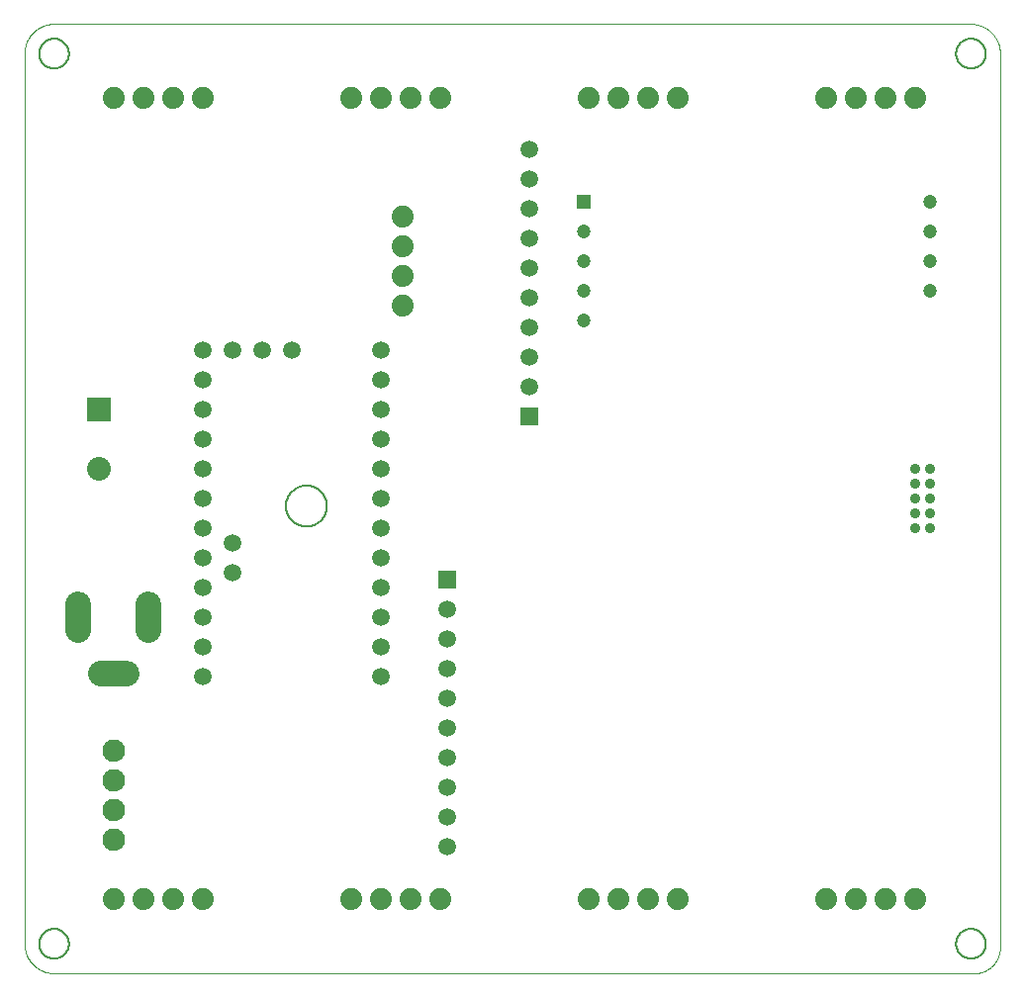
<source format=gbs>
G75*
%MOIN*%
%OFA0B0*%
%FSLAX25Y25*%
%IPPOS*%
%LPD*%
%AMOC8*
5,1,8,0,0,1.08239X$1,22.5*
%
%ADD10C,0.00000*%
%ADD11C,0.00600*%
%ADD12C,0.07400*%
%ADD13C,0.08600*%
%ADD14C,0.05906*%
%ADD15R,0.04724X0.04724*%
%ADD16C,0.04724*%
%ADD17R,0.08000X0.08000*%
%ADD18C,0.08000*%
%ADD19C,0.03562*%
%ADD20C,0.07600*%
%ADD21R,0.05906X0.05906*%
D10*
X0013520Y0011600D02*
X0013520Y0311561D01*
X0013523Y0311803D01*
X0013532Y0312044D01*
X0013546Y0312285D01*
X0013567Y0312526D01*
X0013593Y0312766D01*
X0013625Y0313006D01*
X0013663Y0313245D01*
X0013706Y0313482D01*
X0013756Y0313719D01*
X0013811Y0313954D01*
X0013871Y0314188D01*
X0013938Y0314420D01*
X0014009Y0314651D01*
X0014087Y0314880D01*
X0014170Y0315107D01*
X0014258Y0315332D01*
X0014352Y0315555D01*
X0014451Y0315775D01*
X0014556Y0315993D01*
X0014665Y0316208D01*
X0014780Y0316421D01*
X0014900Y0316631D01*
X0015025Y0316837D01*
X0015155Y0317041D01*
X0015290Y0317242D01*
X0015430Y0317439D01*
X0015574Y0317633D01*
X0015723Y0317823D01*
X0015877Y0318009D01*
X0016035Y0318192D01*
X0016197Y0318371D01*
X0016364Y0318546D01*
X0016535Y0318717D01*
X0016710Y0318884D01*
X0016889Y0319046D01*
X0017072Y0319204D01*
X0017258Y0319358D01*
X0017448Y0319507D01*
X0017642Y0319651D01*
X0017839Y0319791D01*
X0018040Y0319926D01*
X0018244Y0320056D01*
X0018450Y0320181D01*
X0018660Y0320301D01*
X0018873Y0320416D01*
X0019088Y0320525D01*
X0019306Y0320630D01*
X0019526Y0320729D01*
X0019749Y0320823D01*
X0019974Y0320911D01*
X0020201Y0320994D01*
X0020430Y0321072D01*
X0020661Y0321143D01*
X0020893Y0321210D01*
X0021127Y0321270D01*
X0021362Y0321325D01*
X0021599Y0321375D01*
X0021836Y0321418D01*
X0022075Y0321456D01*
X0022315Y0321488D01*
X0022555Y0321514D01*
X0022796Y0321535D01*
X0023037Y0321549D01*
X0023278Y0321558D01*
X0023520Y0321561D01*
X0332260Y0321561D01*
X0332501Y0321558D01*
X0332741Y0321549D01*
X0332982Y0321535D01*
X0333221Y0321514D01*
X0333461Y0321488D01*
X0333699Y0321456D01*
X0333937Y0321419D01*
X0334174Y0321375D01*
X0334409Y0321326D01*
X0334644Y0321272D01*
X0334877Y0321211D01*
X0335108Y0321145D01*
X0335338Y0321073D01*
X0335566Y0320996D01*
X0335792Y0320914D01*
X0336016Y0320826D01*
X0336238Y0320732D01*
X0336458Y0320633D01*
X0336675Y0320529D01*
X0336889Y0320420D01*
X0337101Y0320306D01*
X0337310Y0320186D01*
X0337516Y0320062D01*
X0337719Y0319932D01*
X0337918Y0319798D01*
X0338115Y0319659D01*
X0338308Y0319515D01*
X0338497Y0319366D01*
X0338683Y0319213D01*
X0338865Y0319056D01*
X0339044Y0318894D01*
X0339218Y0318728D01*
X0339388Y0318558D01*
X0339554Y0318384D01*
X0339716Y0318205D01*
X0339873Y0318023D01*
X0340026Y0317837D01*
X0340175Y0317648D01*
X0340319Y0317455D01*
X0340458Y0317258D01*
X0340592Y0317059D01*
X0340722Y0316856D01*
X0340846Y0316650D01*
X0340966Y0316441D01*
X0341080Y0316229D01*
X0341189Y0316015D01*
X0341293Y0315798D01*
X0341392Y0315578D01*
X0341486Y0315356D01*
X0341574Y0315132D01*
X0341656Y0314906D01*
X0341733Y0314678D01*
X0341805Y0314448D01*
X0341871Y0314217D01*
X0341932Y0313984D01*
X0341986Y0313749D01*
X0342035Y0313514D01*
X0342079Y0313277D01*
X0342116Y0313039D01*
X0342148Y0312801D01*
X0342174Y0312561D01*
X0342195Y0312322D01*
X0342209Y0312081D01*
X0342218Y0311841D01*
X0342221Y0311600D01*
X0342220Y0311600D02*
X0342220Y0010301D01*
X0342221Y0010301D02*
X0342218Y0010091D01*
X0342211Y0009881D01*
X0342198Y0009671D01*
X0342180Y0009461D01*
X0342158Y0009252D01*
X0342130Y0009044D01*
X0342097Y0008836D01*
X0342059Y0008629D01*
X0342016Y0008423D01*
X0341968Y0008219D01*
X0341915Y0008015D01*
X0341858Y0007813D01*
X0341795Y0007612D01*
X0341728Y0007413D01*
X0341656Y0007216D01*
X0341579Y0007020D01*
X0341497Y0006826D01*
X0341411Y0006634D01*
X0341320Y0006445D01*
X0341224Y0006257D01*
X0341124Y0006072D01*
X0341020Y0005890D01*
X0340911Y0005710D01*
X0340798Y0005533D01*
X0340681Y0005358D01*
X0340559Y0005187D01*
X0340434Y0005018D01*
X0340304Y0004853D01*
X0340170Y0004690D01*
X0340033Y0004531D01*
X0339891Y0004375D01*
X0339746Y0004223D01*
X0339598Y0004075D01*
X0339446Y0003930D01*
X0339290Y0003788D01*
X0339131Y0003651D01*
X0338968Y0003517D01*
X0338803Y0003387D01*
X0338634Y0003262D01*
X0338463Y0003140D01*
X0338288Y0003023D01*
X0338111Y0002910D01*
X0337931Y0002801D01*
X0337749Y0002697D01*
X0337564Y0002597D01*
X0337376Y0002501D01*
X0337187Y0002410D01*
X0336995Y0002324D01*
X0336801Y0002242D01*
X0336605Y0002165D01*
X0336408Y0002093D01*
X0336209Y0002026D01*
X0336008Y0001963D01*
X0335806Y0001906D01*
X0335602Y0001853D01*
X0335398Y0001805D01*
X0335192Y0001762D01*
X0334985Y0001724D01*
X0334777Y0001691D01*
X0334569Y0001663D01*
X0334360Y0001641D01*
X0334150Y0001623D01*
X0333940Y0001610D01*
X0333730Y0001603D01*
X0333520Y0001600D01*
X0023520Y0001600D01*
X0023278Y0001603D01*
X0023037Y0001612D01*
X0022796Y0001626D01*
X0022555Y0001647D01*
X0022315Y0001673D01*
X0022075Y0001705D01*
X0021836Y0001743D01*
X0021599Y0001786D01*
X0021362Y0001836D01*
X0021127Y0001891D01*
X0020893Y0001951D01*
X0020661Y0002018D01*
X0020430Y0002089D01*
X0020201Y0002167D01*
X0019974Y0002250D01*
X0019749Y0002338D01*
X0019526Y0002432D01*
X0019306Y0002531D01*
X0019088Y0002636D01*
X0018873Y0002745D01*
X0018660Y0002860D01*
X0018450Y0002980D01*
X0018244Y0003105D01*
X0018040Y0003235D01*
X0017839Y0003370D01*
X0017642Y0003510D01*
X0017448Y0003654D01*
X0017258Y0003803D01*
X0017072Y0003957D01*
X0016889Y0004115D01*
X0016710Y0004277D01*
X0016535Y0004444D01*
X0016364Y0004615D01*
X0016197Y0004790D01*
X0016035Y0004969D01*
X0015877Y0005152D01*
X0015723Y0005338D01*
X0015574Y0005528D01*
X0015430Y0005722D01*
X0015290Y0005919D01*
X0015155Y0006120D01*
X0015025Y0006324D01*
X0014900Y0006530D01*
X0014780Y0006740D01*
X0014665Y0006953D01*
X0014556Y0007168D01*
X0014451Y0007386D01*
X0014352Y0007606D01*
X0014258Y0007829D01*
X0014170Y0008054D01*
X0014087Y0008281D01*
X0014009Y0008510D01*
X0013938Y0008741D01*
X0013871Y0008973D01*
X0013811Y0009207D01*
X0013756Y0009442D01*
X0013706Y0009679D01*
X0013663Y0009916D01*
X0013625Y0010155D01*
X0013593Y0010395D01*
X0013567Y0010635D01*
X0013546Y0010876D01*
X0013532Y0011117D01*
X0013523Y0011358D01*
X0013520Y0011600D01*
D11*
X0018520Y0011600D02*
X0018522Y0011741D01*
X0018528Y0011882D01*
X0018538Y0012022D01*
X0018552Y0012162D01*
X0018570Y0012302D01*
X0018591Y0012441D01*
X0018617Y0012580D01*
X0018646Y0012718D01*
X0018680Y0012854D01*
X0018717Y0012990D01*
X0018758Y0013125D01*
X0018803Y0013259D01*
X0018852Y0013391D01*
X0018904Y0013522D01*
X0018960Y0013651D01*
X0019020Y0013778D01*
X0019083Y0013904D01*
X0019149Y0014028D01*
X0019220Y0014151D01*
X0019293Y0014271D01*
X0019370Y0014389D01*
X0019450Y0014505D01*
X0019534Y0014618D01*
X0019620Y0014729D01*
X0019710Y0014838D01*
X0019803Y0014944D01*
X0019898Y0015047D01*
X0019997Y0015148D01*
X0020098Y0015246D01*
X0020202Y0015341D01*
X0020309Y0015433D01*
X0020418Y0015522D01*
X0020530Y0015607D01*
X0020644Y0015690D01*
X0020760Y0015770D01*
X0020879Y0015846D01*
X0021000Y0015918D01*
X0021122Y0015988D01*
X0021247Y0016053D01*
X0021373Y0016116D01*
X0021501Y0016174D01*
X0021631Y0016229D01*
X0021762Y0016281D01*
X0021895Y0016328D01*
X0022029Y0016372D01*
X0022164Y0016413D01*
X0022300Y0016449D01*
X0022437Y0016481D01*
X0022575Y0016510D01*
X0022713Y0016535D01*
X0022853Y0016555D01*
X0022993Y0016572D01*
X0023133Y0016585D01*
X0023274Y0016594D01*
X0023414Y0016599D01*
X0023555Y0016600D01*
X0023696Y0016597D01*
X0023837Y0016590D01*
X0023977Y0016579D01*
X0024117Y0016564D01*
X0024257Y0016545D01*
X0024396Y0016523D01*
X0024534Y0016496D01*
X0024672Y0016466D01*
X0024808Y0016431D01*
X0024944Y0016393D01*
X0025078Y0016351D01*
X0025212Y0016305D01*
X0025344Y0016256D01*
X0025474Y0016202D01*
X0025603Y0016145D01*
X0025730Y0016085D01*
X0025856Y0016021D01*
X0025979Y0015953D01*
X0026101Y0015882D01*
X0026221Y0015808D01*
X0026338Y0015730D01*
X0026453Y0015649D01*
X0026566Y0015565D01*
X0026677Y0015478D01*
X0026785Y0015387D01*
X0026890Y0015294D01*
X0026993Y0015197D01*
X0027093Y0015098D01*
X0027190Y0014996D01*
X0027284Y0014891D01*
X0027375Y0014784D01*
X0027463Y0014674D01*
X0027548Y0014562D01*
X0027630Y0014447D01*
X0027709Y0014330D01*
X0027784Y0014211D01*
X0027856Y0014090D01*
X0027924Y0013967D01*
X0027989Y0013842D01*
X0028051Y0013715D01*
X0028108Y0013586D01*
X0028163Y0013456D01*
X0028213Y0013325D01*
X0028260Y0013192D01*
X0028303Y0013058D01*
X0028342Y0012922D01*
X0028377Y0012786D01*
X0028409Y0012649D01*
X0028436Y0012511D01*
X0028460Y0012372D01*
X0028480Y0012232D01*
X0028496Y0012092D01*
X0028508Y0011952D01*
X0028516Y0011811D01*
X0028520Y0011670D01*
X0028520Y0011530D01*
X0028516Y0011389D01*
X0028508Y0011248D01*
X0028496Y0011108D01*
X0028480Y0010968D01*
X0028460Y0010828D01*
X0028436Y0010689D01*
X0028409Y0010551D01*
X0028377Y0010414D01*
X0028342Y0010278D01*
X0028303Y0010142D01*
X0028260Y0010008D01*
X0028213Y0009875D01*
X0028163Y0009744D01*
X0028108Y0009614D01*
X0028051Y0009485D01*
X0027989Y0009358D01*
X0027924Y0009233D01*
X0027856Y0009110D01*
X0027784Y0008989D01*
X0027709Y0008870D01*
X0027630Y0008753D01*
X0027548Y0008638D01*
X0027463Y0008526D01*
X0027375Y0008416D01*
X0027284Y0008309D01*
X0027190Y0008204D01*
X0027093Y0008102D01*
X0026993Y0008003D01*
X0026890Y0007906D01*
X0026785Y0007813D01*
X0026677Y0007722D01*
X0026566Y0007635D01*
X0026453Y0007551D01*
X0026338Y0007470D01*
X0026221Y0007392D01*
X0026101Y0007318D01*
X0025979Y0007247D01*
X0025856Y0007179D01*
X0025730Y0007115D01*
X0025603Y0007055D01*
X0025474Y0006998D01*
X0025344Y0006944D01*
X0025212Y0006895D01*
X0025078Y0006849D01*
X0024944Y0006807D01*
X0024808Y0006769D01*
X0024672Y0006734D01*
X0024534Y0006704D01*
X0024396Y0006677D01*
X0024257Y0006655D01*
X0024117Y0006636D01*
X0023977Y0006621D01*
X0023837Y0006610D01*
X0023696Y0006603D01*
X0023555Y0006600D01*
X0023414Y0006601D01*
X0023274Y0006606D01*
X0023133Y0006615D01*
X0022993Y0006628D01*
X0022853Y0006645D01*
X0022713Y0006665D01*
X0022575Y0006690D01*
X0022437Y0006719D01*
X0022300Y0006751D01*
X0022164Y0006787D01*
X0022029Y0006828D01*
X0021895Y0006872D01*
X0021762Y0006919D01*
X0021631Y0006971D01*
X0021501Y0007026D01*
X0021373Y0007084D01*
X0021247Y0007147D01*
X0021122Y0007212D01*
X0021000Y0007282D01*
X0020879Y0007354D01*
X0020760Y0007430D01*
X0020644Y0007510D01*
X0020530Y0007593D01*
X0020418Y0007678D01*
X0020309Y0007767D01*
X0020202Y0007859D01*
X0020098Y0007954D01*
X0019997Y0008052D01*
X0019898Y0008153D01*
X0019803Y0008256D01*
X0019710Y0008362D01*
X0019620Y0008471D01*
X0019534Y0008582D01*
X0019450Y0008695D01*
X0019370Y0008811D01*
X0019293Y0008929D01*
X0019220Y0009049D01*
X0019149Y0009172D01*
X0019083Y0009296D01*
X0019020Y0009422D01*
X0018960Y0009549D01*
X0018904Y0009678D01*
X0018852Y0009809D01*
X0018803Y0009941D01*
X0018758Y0010075D01*
X0018717Y0010210D01*
X0018680Y0010346D01*
X0018646Y0010482D01*
X0018617Y0010620D01*
X0018591Y0010759D01*
X0018570Y0010898D01*
X0018552Y0011038D01*
X0018538Y0011178D01*
X0018528Y0011318D01*
X0018522Y0011459D01*
X0018520Y0011600D01*
X0101630Y0159100D02*
X0101632Y0159269D01*
X0101638Y0159438D01*
X0101649Y0159607D01*
X0101663Y0159775D01*
X0101682Y0159943D01*
X0101705Y0160111D01*
X0101731Y0160278D01*
X0101762Y0160444D01*
X0101797Y0160610D01*
X0101836Y0160774D01*
X0101880Y0160938D01*
X0101927Y0161100D01*
X0101978Y0161261D01*
X0102033Y0161421D01*
X0102092Y0161580D01*
X0102154Y0161737D01*
X0102221Y0161892D01*
X0102292Y0162046D01*
X0102366Y0162198D01*
X0102444Y0162348D01*
X0102525Y0162496D01*
X0102610Y0162642D01*
X0102699Y0162786D01*
X0102791Y0162928D01*
X0102887Y0163067D01*
X0102986Y0163204D01*
X0103088Y0163339D01*
X0103194Y0163471D01*
X0103303Y0163600D01*
X0103415Y0163727D01*
X0103530Y0163851D01*
X0103648Y0163972D01*
X0103769Y0164090D01*
X0103893Y0164205D01*
X0104020Y0164317D01*
X0104149Y0164426D01*
X0104281Y0164532D01*
X0104416Y0164634D01*
X0104553Y0164733D01*
X0104692Y0164829D01*
X0104834Y0164921D01*
X0104978Y0165010D01*
X0105124Y0165095D01*
X0105272Y0165176D01*
X0105422Y0165254D01*
X0105574Y0165328D01*
X0105728Y0165399D01*
X0105883Y0165466D01*
X0106040Y0165528D01*
X0106199Y0165587D01*
X0106359Y0165642D01*
X0106520Y0165693D01*
X0106682Y0165740D01*
X0106846Y0165784D01*
X0107010Y0165823D01*
X0107176Y0165858D01*
X0107342Y0165889D01*
X0107509Y0165915D01*
X0107677Y0165938D01*
X0107845Y0165957D01*
X0108013Y0165971D01*
X0108182Y0165982D01*
X0108351Y0165988D01*
X0108520Y0165990D01*
X0108689Y0165988D01*
X0108858Y0165982D01*
X0109027Y0165971D01*
X0109195Y0165957D01*
X0109363Y0165938D01*
X0109531Y0165915D01*
X0109698Y0165889D01*
X0109864Y0165858D01*
X0110030Y0165823D01*
X0110194Y0165784D01*
X0110358Y0165740D01*
X0110520Y0165693D01*
X0110681Y0165642D01*
X0110841Y0165587D01*
X0111000Y0165528D01*
X0111157Y0165466D01*
X0111312Y0165399D01*
X0111466Y0165328D01*
X0111618Y0165254D01*
X0111768Y0165176D01*
X0111916Y0165095D01*
X0112062Y0165010D01*
X0112206Y0164921D01*
X0112348Y0164829D01*
X0112487Y0164733D01*
X0112624Y0164634D01*
X0112759Y0164532D01*
X0112891Y0164426D01*
X0113020Y0164317D01*
X0113147Y0164205D01*
X0113271Y0164090D01*
X0113392Y0163972D01*
X0113510Y0163851D01*
X0113625Y0163727D01*
X0113737Y0163600D01*
X0113846Y0163471D01*
X0113952Y0163339D01*
X0114054Y0163204D01*
X0114153Y0163067D01*
X0114249Y0162928D01*
X0114341Y0162786D01*
X0114430Y0162642D01*
X0114515Y0162496D01*
X0114596Y0162348D01*
X0114674Y0162198D01*
X0114748Y0162046D01*
X0114819Y0161892D01*
X0114886Y0161737D01*
X0114948Y0161580D01*
X0115007Y0161421D01*
X0115062Y0161261D01*
X0115113Y0161100D01*
X0115160Y0160938D01*
X0115204Y0160774D01*
X0115243Y0160610D01*
X0115278Y0160444D01*
X0115309Y0160278D01*
X0115335Y0160111D01*
X0115358Y0159943D01*
X0115377Y0159775D01*
X0115391Y0159607D01*
X0115402Y0159438D01*
X0115408Y0159269D01*
X0115410Y0159100D01*
X0115408Y0158931D01*
X0115402Y0158762D01*
X0115391Y0158593D01*
X0115377Y0158425D01*
X0115358Y0158257D01*
X0115335Y0158089D01*
X0115309Y0157922D01*
X0115278Y0157756D01*
X0115243Y0157590D01*
X0115204Y0157426D01*
X0115160Y0157262D01*
X0115113Y0157100D01*
X0115062Y0156939D01*
X0115007Y0156779D01*
X0114948Y0156620D01*
X0114886Y0156463D01*
X0114819Y0156308D01*
X0114748Y0156154D01*
X0114674Y0156002D01*
X0114596Y0155852D01*
X0114515Y0155704D01*
X0114430Y0155558D01*
X0114341Y0155414D01*
X0114249Y0155272D01*
X0114153Y0155133D01*
X0114054Y0154996D01*
X0113952Y0154861D01*
X0113846Y0154729D01*
X0113737Y0154600D01*
X0113625Y0154473D01*
X0113510Y0154349D01*
X0113392Y0154228D01*
X0113271Y0154110D01*
X0113147Y0153995D01*
X0113020Y0153883D01*
X0112891Y0153774D01*
X0112759Y0153668D01*
X0112624Y0153566D01*
X0112487Y0153467D01*
X0112348Y0153371D01*
X0112206Y0153279D01*
X0112062Y0153190D01*
X0111916Y0153105D01*
X0111768Y0153024D01*
X0111618Y0152946D01*
X0111466Y0152872D01*
X0111312Y0152801D01*
X0111157Y0152734D01*
X0111000Y0152672D01*
X0110841Y0152613D01*
X0110681Y0152558D01*
X0110520Y0152507D01*
X0110358Y0152460D01*
X0110194Y0152416D01*
X0110030Y0152377D01*
X0109864Y0152342D01*
X0109698Y0152311D01*
X0109531Y0152285D01*
X0109363Y0152262D01*
X0109195Y0152243D01*
X0109027Y0152229D01*
X0108858Y0152218D01*
X0108689Y0152212D01*
X0108520Y0152210D01*
X0108351Y0152212D01*
X0108182Y0152218D01*
X0108013Y0152229D01*
X0107845Y0152243D01*
X0107677Y0152262D01*
X0107509Y0152285D01*
X0107342Y0152311D01*
X0107176Y0152342D01*
X0107010Y0152377D01*
X0106846Y0152416D01*
X0106682Y0152460D01*
X0106520Y0152507D01*
X0106359Y0152558D01*
X0106199Y0152613D01*
X0106040Y0152672D01*
X0105883Y0152734D01*
X0105728Y0152801D01*
X0105574Y0152872D01*
X0105422Y0152946D01*
X0105272Y0153024D01*
X0105124Y0153105D01*
X0104978Y0153190D01*
X0104834Y0153279D01*
X0104692Y0153371D01*
X0104553Y0153467D01*
X0104416Y0153566D01*
X0104281Y0153668D01*
X0104149Y0153774D01*
X0104020Y0153883D01*
X0103893Y0153995D01*
X0103769Y0154110D01*
X0103648Y0154228D01*
X0103530Y0154349D01*
X0103415Y0154473D01*
X0103303Y0154600D01*
X0103194Y0154729D01*
X0103088Y0154861D01*
X0102986Y0154996D01*
X0102887Y0155133D01*
X0102791Y0155272D01*
X0102699Y0155414D01*
X0102610Y0155558D01*
X0102525Y0155704D01*
X0102444Y0155852D01*
X0102366Y0156002D01*
X0102292Y0156154D01*
X0102221Y0156308D01*
X0102154Y0156463D01*
X0102092Y0156620D01*
X0102033Y0156779D01*
X0101978Y0156939D01*
X0101927Y0157100D01*
X0101880Y0157262D01*
X0101836Y0157426D01*
X0101797Y0157590D01*
X0101762Y0157756D01*
X0101731Y0157922D01*
X0101705Y0158089D01*
X0101682Y0158257D01*
X0101663Y0158425D01*
X0101649Y0158593D01*
X0101638Y0158762D01*
X0101632Y0158931D01*
X0101630Y0159100D01*
X0018520Y0311600D02*
X0018522Y0311741D01*
X0018528Y0311882D01*
X0018538Y0312022D01*
X0018552Y0312162D01*
X0018570Y0312302D01*
X0018591Y0312441D01*
X0018617Y0312580D01*
X0018646Y0312718D01*
X0018680Y0312854D01*
X0018717Y0312990D01*
X0018758Y0313125D01*
X0018803Y0313259D01*
X0018852Y0313391D01*
X0018904Y0313522D01*
X0018960Y0313651D01*
X0019020Y0313778D01*
X0019083Y0313904D01*
X0019149Y0314028D01*
X0019220Y0314151D01*
X0019293Y0314271D01*
X0019370Y0314389D01*
X0019450Y0314505D01*
X0019534Y0314618D01*
X0019620Y0314729D01*
X0019710Y0314838D01*
X0019803Y0314944D01*
X0019898Y0315047D01*
X0019997Y0315148D01*
X0020098Y0315246D01*
X0020202Y0315341D01*
X0020309Y0315433D01*
X0020418Y0315522D01*
X0020530Y0315607D01*
X0020644Y0315690D01*
X0020760Y0315770D01*
X0020879Y0315846D01*
X0021000Y0315918D01*
X0021122Y0315988D01*
X0021247Y0316053D01*
X0021373Y0316116D01*
X0021501Y0316174D01*
X0021631Y0316229D01*
X0021762Y0316281D01*
X0021895Y0316328D01*
X0022029Y0316372D01*
X0022164Y0316413D01*
X0022300Y0316449D01*
X0022437Y0316481D01*
X0022575Y0316510D01*
X0022713Y0316535D01*
X0022853Y0316555D01*
X0022993Y0316572D01*
X0023133Y0316585D01*
X0023274Y0316594D01*
X0023414Y0316599D01*
X0023555Y0316600D01*
X0023696Y0316597D01*
X0023837Y0316590D01*
X0023977Y0316579D01*
X0024117Y0316564D01*
X0024257Y0316545D01*
X0024396Y0316523D01*
X0024534Y0316496D01*
X0024672Y0316466D01*
X0024808Y0316431D01*
X0024944Y0316393D01*
X0025078Y0316351D01*
X0025212Y0316305D01*
X0025344Y0316256D01*
X0025474Y0316202D01*
X0025603Y0316145D01*
X0025730Y0316085D01*
X0025856Y0316021D01*
X0025979Y0315953D01*
X0026101Y0315882D01*
X0026221Y0315808D01*
X0026338Y0315730D01*
X0026453Y0315649D01*
X0026566Y0315565D01*
X0026677Y0315478D01*
X0026785Y0315387D01*
X0026890Y0315294D01*
X0026993Y0315197D01*
X0027093Y0315098D01*
X0027190Y0314996D01*
X0027284Y0314891D01*
X0027375Y0314784D01*
X0027463Y0314674D01*
X0027548Y0314562D01*
X0027630Y0314447D01*
X0027709Y0314330D01*
X0027784Y0314211D01*
X0027856Y0314090D01*
X0027924Y0313967D01*
X0027989Y0313842D01*
X0028051Y0313715D01*
X0028108Y0313586D01*
X0028163Y0313456D01*
X0028213Y0313325D01*
X0028260Y0313192D01*
X0028303Y0313058D01*
X0028342Y0312922D01*
X0028377Y0312786D01*
X0028409Y0312649D01*
X0028436Y0312511D01*
X0028460Y0312372D01*
X0028480Y0312232D01*
X0028496Y0312092D01*
X0028508Y0311952D01*
X0028516Y0311811D01*
X0028520Y0311670D01*
X0028520Y0311530D01*
X0028516Y0311389D01*
X0028508Y0311248D01*
X0028496Y0311108D01*
X0028480Y0310968D01*
X0028460Y0310828D01*
X0028436Y0310689D01*
X0028409Y0310551D01*
X0028377Y0310414D01*
X0028342Y0310278D01*
X0028303Y0310142D01*
X0028260Y0310008D01*
X0028213Y0309875D01*
X0028163Y0309744D01*
X0028108Y0309614D01*
X0028051Y0309485D01*
X0027989Y0309358D01*
X0027924Y0309233D01*
X0027856Y0309110D01*
X0027784Y0308989D01*
X0027709Y0308870D01*
X0027630Y0308753D01*
X0027548Y0308638D01*
X0027463Y0308526D01*
X0027375Y0308416D01*
X0027284Y0308309D01*
X0027190Y0308204D01*
X0027093Y0308102D01*
X0026993Y0308003D01*
X0026890Y0307906D01*
X0026785Y0307813D01*
X0026677Y0307722D01*
X0026566Y0307635D01*
X0026453Y0307551D01*
X0026338Y0307470D01*
X0026221Y0307392D01*
X0026101Y0307318D01*
X0025979Y0307247D01*
X0025856Y0307179D01*
X0025730Y0307115D01*
X0025603Y0307055D01*
X0025474Y0306998D01*
X0025344Y0306944D01*
X0025212Y0306895D01*
X0025078Y0306849D01*
X0024944Y0306807D01*
X0024808Y0306769D01*
X0024672Y0306734D01*
X0024534Y0306704D01*
X0024396Y0306677D01*
X0024257Y0306655D01*
X0024117Y0306636D01*
X0023977Y0306621D01*
X0023837Y0306610D01*
X0023696Y0306603D01*
X0023555Y0306600D01*
X0023414Y0306601D01*
X0023274Y0306606D01*
X0023133Y0306615D01*
X0022993Y0306628D01*
X0022853Y0306645D01*
X0022713Y0306665D01*
X0022575Y0306690D01*
X0022437Y0306719D01*
X0022300Y0306751D01*
X0022164Y0306787D01*
X0022029Y0306828D01*
X0021895Y0306872D01*
X0021762Y0306919D01*
X0021631Y0306971D01*
X0021501Y0307026D01*
X0021373Y0307084D01*
X0021247Y0307147D01*
X0021122Y0307212D01*
X0021000Y0307282D01*
X0020879Y0307354D01*
X0020760Y0307430D01*
X0020644Y0307510D01*
X0020530Y0307593D01*
X0020418Y0307678D01*
X0020309Y0307767D01*
X0020202Y0307859D01*
X0020098Y0307954D01*
X0019997Y0308052D01*
X0019898Y0308153D01*
X0019803Y0308256D01*
X0019710Y0308362D01*
X0019620Y0308471D01*
X0019534Y0308582D01*
X0019450Y0308695D01*
X0019370Y0308811D01*
X0019293Y0308929D01*
X0019220Y0309049D01*
X0019149Y0309172D01*
X0019083Y0309296D01*
X0019020Y0309422D01*
X0018960Y0309549D01*
X0018904Y0309678D01*
X0018852Y0309809D01*
X0018803Y0309941D01*
X0018758Y0310075D01*
X0018717Y0310210D01*
X0018680Y0310346D01*
X0018646Y0310482D01*
X0018617Y0310620D01*
X0018591Y0310759D01*
X0018570Y0310898D01*
X0018552Y0311038D01*
X0018538Y0311178D01*
X0018528Y0311318D01*
X0018522Y0311459D01*
X0018520Y0311600D01*
X0327417Y0311600D02*
X0327419Y0311741D01*
X0327425Y0311882D01*
X0327435Y0312022D01*
X0327449Y0312162D01*
X0327467Y0312302D01*
X0327488Y0312441D01*
X0327514Y0312580D01*
X0327543Y0312718D01*
X0327577Y0312854D01*
X0327614Y0312990D01*
X0327655Y0313125D01*
X0327700Y0313259D01*
X0327749Y0313391D01*
X0327801Y0313522D01*
X0327857Y0313651D01*
X0327917Y0313778D01*
X0327980Y0313904D01*
X0328046Y0314028D01*
X0328117Y0314151D01*
X0328190Y0314271D01*
X0328267Y0314389D01*
X0328347Y0314505D01*
X0328431Y0314618D01*
X0328517Y0314729D01*
X0328607Y0314838D01*
X0328700Y0314944D01*
X0328795Y0315047D01*
X0328894Y0315148D01*
X0328995Y0315246D01*
X0329099Y0315341D01*
X0329206Y0315433D01*
X0329315Y0315522D01*
X0329427Y0315607D01*
X0329541Y0315690D01*
X0329657Y0315770D01*
X0329776Y0315846D01*
X0329897Y0315918D01*
X0330019Y0315988D01*
X0330144Y0316053D01*
X0330270Y0316116D01*
X0330398Y0316174D01*
X0330528Y0316229D01*
X0330659Y0316281D01*
X0330792Y0316328D01*
X0330926Y0316372D01*
X0331061Y0316413D01*
X0331197Y0316449D01*
X0331334Y0316481D01*
X0331472Y0316510D01*
X0331610Y0316535D01*
X0331750Y0316555D01*
X0331890Y0316572D01*
X0332030Y0316585D01*
X0332171Y0316594D01*
X0332311Y0316599D01*
X0332452Y0316600D01*
X0332593Y0316597D01*
X0332734Y0316590D01*
X0332874Y0316579D01*
X0333014Y0316564D01*
X0333154Y0316545D01*
X0333293Y0316523D01*
X0333431Y0316496D01*
X0333569Y0316466D01*
X0333705Y0316431D01*
X0333841Y0316393D01*
X0333975Y0316351D01*
X0334109Y0316305D01*
X0334241Y0316256D01*
X0334371Y0316202D01*
X0334500Y0316145D01*
X0334627Y0316085D01*
X0334753Y0316021D01*
X0334876Y0315953D01*
X0334998Y0315882D01*
X0335118Y0315808D01*
X0335235Y0315730D01*
X0335350Y0315649D01*
X0335463Y0315565D01*
X0335574Y0315478D01*
X0335682Y0315387D01*
X0335787Y0315294D01*
X0335890Y0315197D01*
X0335990Y0315098D01*
X0336087Y0314996D01*
X0336181Y0314891D01*
X0336272Y0314784D01*
X0336360Y0314674D01*
X0336445Y0314562D01*
X0336527Y0314447D01*
X0336606Y0314330D01*
X0336681Y0314211D01*
X0336753Y0314090D01*
X0336821Y0313967D01*
X0336886Y0313842D01*
X0336948Y0313715D01*
X0337005Y0313586D01*
X0337060Y0313456D01*
X0337110Y0313325D01*
X0337157Y0313192D01*
X0337200Y0313058D01*
X0337239Y0312922D01*
X0337274Y0312786D01*
X0337306Y0312649D01*
X0337333Y0312511D01*
X0337357Y0312372D01*
X0337377Y0312232D01*
X0337393Y0312092D01*
X0337405Y0311952D01*
X0337413Y0311811D01*
X0337417Y0311670D01*
X0337417Y0311530D01*
X0337413Y0311389D01*
X0337405Y0311248D01*
X0337393Y0311108D01*
X0337377Y0310968D01*
X0337357Y0310828D01*
X0337333Y0310689D01*
X0337306Y0310551D01*
X0337274Y0310414D01*
X0337239Y0310278D01*
X0337200Y0310142D01*
X0337157Y0310008D01*
X0337110Y0309875D01*
X0337060Y0309744D01*
X0337005Y0309614D01*
X0336948Y0309485D01*
X0336886Y0309358D01*
X0336821Y0309233D01*
X0336753Y0309110D01*
X0336681Y0308989D01*
X0336606Y0308870D01*
X0336527Y0308753D01*
X0336445Y0308638D01*
X0336360Y0308526D01*
X0336272Y0308416D01*
X0336181Y0308309D01*
X0336087Y0308204D01*
X0335990Y0308102D01*
X0335890Y0308003D01*
X0335787Y0307906D01*
X0335682Y0307813D01*
X0335574Y0307722D01*
X0335463Y0307635D01*
X0335350Y0307551D01*
X0335235Y0307470D01*
X0335118Y0307392D01*
X0334998Y0307318D01*
X0334876Y0307247D01*
X0334753Y0307179D01*
X0334627Y0307115D01*
X0334500Y0307055D01*
X0334371Y0306998D01*
X0334241Y0306944D01*
X0334109Y0306895D01*
X0333975Y0306849D01*
X0333841Y0306807D01*
X0333705Y0306769D01*
X0333569Y0306734D01*
X0333431Y0306704D01*
X0333293Y0306677D01*
X0333154Y0306655D01*
X0333014Y0306636D01*
X0332874Y0306621D01*
X0332734Y0306610D01*
X0332593Y0306603D01*
X0332452Y0306600D01*
X0332311Y0306601D01*
X0332171Y0306606D01*
X0332030Y0306615D01*
X0331890Y0306628D01*
X0331750Y0306645D01*
X0331610Y0306665D01*
X0331472Y0306690D01*
X0331334Y0306719D01*
X0331197Y0306751D01*
X0331061Y0306787D01*
X0330926Y0306828D01*
X0330792Y0306872D01*
X0330659Y0306919D01*
X0330528Y0306971D01*
X0330398Y0307026D01*
X0330270Y0307084D01*
X0330144Y0307147D01*
X0330019Y0307212D01*
X0329897Y0307282D01*
X0329776Y0307354D01*
X0329657Y0307430D01*
X0329541Y0307510D01*
X0329427Y0307593D01*
X0329315Y0307678D01*
X0329206Y0307767D01*
X0329099Y0307859D01*
X0328995Y0307954D01*
X0328894Y0308052D01*
X0328795Y0308153D01*
X0328700Y0308256D01*
X0328607Y0308362D01*
X0328517Y0308471D01*
X0328431Y0308582D01*
X0328347Y0308695D01*
X0328267Y0308811D01*
X0328190Y0308929D01*
X0328117Y0309049D01*
X0328046Y0309172D01*
X0327980Y0309296D01*
X0327917Y0309422D01*
X0327857Y0309549D01*
X0327801Y0309678D01*
X0327749Y0309809D01*
X0327700Y0309941D01*
X0327655Y0310075D01*
X0327614Y0310210D01*
X0327577Y0310346D01*
X0327543Y0310482D01*
X0327514Y0310620D01*
X0327488Y0310759D01*
X0327467Y0310898D01*
X0327449Y0311038D01*
X0327435Y0311178D01*
X0327425Y0311318D01*
X0327419Y0311459D01*
X0327417Y0311600D01*
X0327417Y0011600D02*
X0327419Y0011741D01*
X0327425Y0011882D01*
X0327435Y0012022D01*
X0327449Y0012162D01*
X0327467Y0012302D01*
X0327488Y0012441D01*
X0327514Y0012580D01*
X0327543Y0012718D01*
X0327577Y0012854D01*
X0327614Y0012990D01*
X0327655Y0013125D01*
X0327700Y0013259D01*
X0327749Y0013391D01*
X0327801Y0013522D01*
X0327857Y0013651D01*
X0327917Y0013778D01*
X0327980Y0013904D01*
X0328046Y0014028D01*
X0328117Y0014151D01*
X0328190Y0014271D01*
X0328267Y0014389D01*
X0328347Y0014505D01*
X0328431Y0014618D01*
X0328517Y0014729D01*
X0328607Y0014838D01*
X0328700Y0014944D01*
X0328795Y0015047D01*
X0328894Y0015148D01*
X0328995Y0015246D01*
X0329099Y0015341D01*
X0329206Y0015433D01*
X0329315Y0015522D01*
X0329427Y0015607D01*
X0329541Y0015690D01*
X0329657Y0015770D01*
X0329776Y0015846D01*
X0329897Y0015918D01*
X0330019Y0015988D01*
X0330144Y0016053D01*
X0330270Y0016116D01*
X0330398Y0016174D01*
X0330528Y0016229D01*
X0330659Y0016281D01*
X0330792Y0016328D01*
X0330926Y0016372D01*
X0331061Y0016413D01*
X0331197Y0016449D01*
X0331334Y0016481D01*
X0331472Y0016510D01*
X0331610Y0016535D01*
X0331750Y0016555D01*
X0331890Y0016572D01*
X0332030Y0016585D01*
X0332171Y0016594D01*
X0332311Y0016599D01*
X0332452Y0016600D01*
X0332593Y0016597D01*
X0332734Y0016590D01*
X0332874Y0016579D01*
X0333014Y0016564D01*
X0333154Y0016545D01*
X0333293Y0016523D01*
X0333431Y0016496D01*
X0333569Y0016466D01*
X0333705Y0016431D01*
X0333841Y0016393D01*
X0333975Y0016351D01*
X0334109Y0016305D01*
X0334241Y0016256D01*
X0334371Y0016202D01*
X0334500Y0016145D01*
X0334627Y0016085D01*
X0334753Y0016021D01*
X0334876Y0015953D01*
X0334998Y0015882D01*
X0335118Y0015808D01*
X0335235Y0015730D01*
X0335350Y0015649D01*
X0335463Y0015565D01*
X0335574Y0015478D01*
X0335682Y0015387D01*
X0335787Y0015294D01*
X0335890Y0015197D01*
X0335990Y0015098D01*
X0336087Y0014996D01*
X0336181Y0014891D01*
X0336272Y0014784D01*
X0336360Y0014674D01*
X0336445Y0014562D01*
X0336527Y0014447D01*
X0336606Y0014330D01*
X0336681Y0014211D01*
X0336753Y0014090D01*
X0336821Y0013967D01*
X0336886Y0013842D01*
X0336948Y0013715D01*
X0337005Y0013586D01*
X0337060Y0013456D01*
X0337110Y0013325D01*
X0337157Y0013192D01*
X0337200Y0013058D01*
X0337239Y0012922D01*
X0337274Y0012786D01*
X0337306Y0012649D01*
X0337333Y0012511D01*
X0337357Y0012372D01*
X0337377Y0012232D01*
X0337393Y0012092D01*
X0337405Y0011952D01*
X0337413Y0011811D01*
X0337417Y0011670D01*
X0337417Y0011530D01*
X0337413Y0011389D01*
X0337405Y0011248D01*
X0337393Y0011108D01*
X0337377Y0010968D01*
X0337357Y0010828D01*
X0337333Y0010689D01*
X0337306Y0010551D01*
X0337274Y0010414D01*
X0337239Y0010278D01*
X0337200Y0010142D01*
X0337157Y0010008D01*
X0337110Y0009875D01*
X0337060Y0009744D01*
X0337005Y0009614D01*
X0336948Y0009485D01*
X0336886Y0009358D01*
X0336821Y0009233D01*
X0336753Y0009110D01*
X0336681Y0008989D01*
X0336606Y0008870D01*
X0336527Y0008753D01*
X0336445Y0008638D01*
X0336360Y0008526D01*
X0336272Y0008416D01*
X0336181Y0008309D01*
X0336087Y0008204D01*
X0335990Y0008102D01*
X0335890Y0008003D01*
X0335787Y0007906D01*
X0335682Y0007813D01*
X0335574Y0007722D01*
X0335463Y0007635D01*
X0335350Y0007551D01*
X0335235Y0007470D01*
X0335118Y0007392D01*
X0334998Y0007318D01*
X0334876Y0007247D01*
X0334753Y0007179D01*
X0334627Y0007115D01*
X0334500Y0007055D01*
X0334371Y0006998D01*
X0334241Y0006944D01*
X0334109Y0006895D01*
X0333975Y0006849D01*
X0333841Y0006807D01*
X0333705Y0006769D01*
X0333569Y0006734D01*
X0333431Y0006704D01*
X0333293Y0006677D01*
X0333154Y0006655D01*
X0333014Y0006636D01*
X0332874Y0006621D01*
X0332734Y0006610D01*
X0332593Y0006603D01*
X0332452Y0006600D01*
X0332311Y0006601D01*
X0332171Y0006606D01*
X0332030Y0006615D01*
X0331890Y0006628D01*
X0331750Y0006645D01*
X0331610Y0006665D01*
X0331472Y0006690D01*
X0331334Y0006719D01*
X0331197Y0006751D01*
X0331061Y0006787D01*
X0330926Y0006828D01*
X0330792Y0006872D01*
X0330659Y0006919D01*
X0330528Y0006971D01*
X0330398Y0007026D01*
X0330270Y0007084D01*
X0330144Y0007147D01*
X0330019Y0007212D01*
X0329897Y0007282D01*
X0329776Y0007354D01*
X0329657Y0007430D01*
X0329541Y0007510D01*
X0329427Y0007593D01*
X0329315Y0007678D01*
X0329206Y0007767D01*
X0329099Y0007859D01*
X0328995Y0007954D01*
X0328894Y0008052D01*
X0328795Y0008153D01*
X0328700Y0008256D01*
X0328607Y0008362D01*
X0328517Y0008471D01*
X0328431Y0008582D01*
X0328347Y0008695D01*
X0328267Y0008811D01*
X0328190Y0008929D01*
X0328117Y0009049D01*
X0328046Y0009172D01*
X0327980Y0009296D01*
X0327917Y0009422D01*
X0327857Y0009549D01*
X0327801Y0009678D01*
X0327749Y0009809D01*
X0327700Y0009941D01*
X0327655Y0010075D01*
X0327614Y0010210D01*
X0327577Y0010346D01*
X0327543Y0010482D01*
X0327514Y0010620D01*
X0327488Y0010759D01*
X0327467Y0010898D01*
X0327449Y0011038D01*
X0327435Y0011178D01*
X0327425Y0011318D01*
X0327419Y0011459D01*
X0327417Y0011600D01*
D12*
X0313520Y0026600D03*
X0303520Y0026600D03*
X0293520Y0026600D03*
X0283520Y0026600D03*
X0233520Y0026600D03*
X0223520Y0026600D03*
X0213520Y0026600D03*
X0203520Y0026600D03*
X0153520Y0026600D03*
X0143520Y0026600D03*
X0133520Y0026600D03*
X0123520Y0026600D03*
X0073520Y0026600D03*
X0063520Y0026600D03*
X0053520Y0026600D03*
X0043520Y0026600D03*
X0141020Y0226600D03*
X0141020Y0236600D03*
X0141020Y0246600D03*
X0141020Y0256600D03*
X0143520Y0296600D03*
X0153520Y0296600D03*
X0133520Y0296600D03*
X0123520Y0296600D03*
X0073520Y0296600D03*
X0063520Y0296600D03*
X0053520Y0296600D03*
X0043520Y0296600D03*
X0203520Y0296600D03*
X0213520Y0296600D03*
X0223520Y0296600D03*
X0233520Y0296600D03*
X0283520Y0296600D03*
X0293520Y0296600D03*
X0303520Y0296600D03*
X0313520Y0296600D03*
D13*
X0055331Y0125900D02*
X0055331Y0117300D01*
X0047820Y0102702D02*
X0039220Y0102702D01*
X0031709Y0117300D02*
X0031709Y0125900D01*
D14*
X0073520Y0121600D03*
X0073520Y0111600D03*
X0073520Y0101600D03*
X0073520Y0131600D03*
X0073520Y0141600D03*
X0073520Y0151600D03*
X0083520Y0146600D03*
X0083520Y0136600D03*
X0073520Y0161600D03*
X0073520Y0171600D03*
X0073520Y0181600D03*
X0073520Y0191600D03*
X0073520Y0201600D03*
X0073520Y0211600D03*
X0083520Y0211600D03*
X0093520Y0211600D03*
X0103520Y0211600D03*
X0133520Y0211600D03*
X0133520Y0201600D03*
X0133520Y0191600D03*
X0133520Y0181600D03*
X0133520Y0171600D03*
X0133520Y0161600D03*
X0133520Y0151600D03*
X0133520Y0141600D03*
X0133520Y0131600D03*
X0133520Y0121600D03*
X0133520Y0111600D03*
X0133520Y0101600D03*
X0156020Y0104100D03*
X0156020Y0094100D03*
X0156020Y0084100D03*
X0156020Y0074100D03*
X0156020Y0064100D03*
X0156020Y0054100D03*
X0156020Y0044100D03*
X0156020Y0114100D03*
X0156020Y0124100D03*
X0183520Y0199100D03*
X0183520Y0209100D03*
X0183520Y0219100D03*
X0183520Y0229100D03*
X0183520Y0239100D03*
X0183520Y0249100D03*
X0183520Y0259100D03*
X0183520Y0269100D03*
X0183520Y0279100D03*
D15*
X0202020Y0261600D03*
D16*
X0202020Y0251600D03*
X0202020Y0241600D03*
X0202020Y0231600D03*
X0202020Y0221600D03*
X0318520Y0231600D03*
X0318520Y0241600D03*
X0318520Y0251600D03*
X0318520Y0261600D03*
D17*
X0038520Y0191443D03*
D18*
X0038520Y0171757D03*
D19*
X0313520Y0171600D03*
X0318520Y0171600D03*
X0318520Y0166600D03*
X0318520Y0161600D03*
X0318520Y0156600D03*
X0318520Y0151600D03*
X0313520Y0151600D03*
X0313520Y0156600D03*
X0313520Y0161600D03*
X0313520Y0166600D03*
D20*
X0043520Y0076600D03*
X0043520Y0066600D03*
X0043520Y0056600D03*
X0043520Y0046600D03*
D21*
X0156020Y0134100D03*
X0183520Y0189100D03*
M02*

</source>
